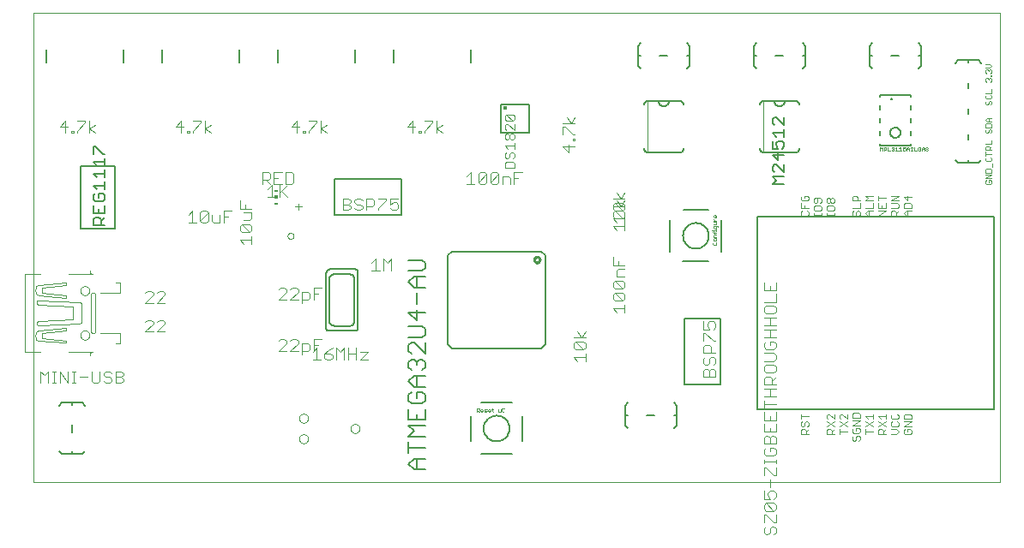
<source format=gto>
G75*
%MOIN*%
%OFA0B0*%
%FSLAX24Y24*%
%IPPOS*%
%LPD*%
%AMOC8*
5,1,8,0,0,1.08239X$1,22.5*
%
%ADD10C,0.0000*%
%ADD11C,0.0020*%
%ADD12C,0.0030*%
%ADD13R,0.0118X0.0059*%
%ADD14R,0.0118X0.0118*%
%ADD15C,0.0040*%
%ADD16C,0.0080*%
%ADD17C,0.0100*%
%ADD18C,0.0060*%
%ADD19C,0.0010*%
%ADD20C,0.0050*%
%ADD21C,0.0157*%
D10*
X003100Y002310D02*
X003100Y020606D01*
X040670Y020606D01*
X040670Y002310D01*
X003100Y002310D01*
X004923Y008044D02*
X004925Y008070D01*
X004931Y008096D01*
X004941Y008121D01*
X004954Y008144D01*
X004970Y008164D01*
X004990Y008182D01*
X005012Y008197D01*
X005035Y008209D01*
X005061Y008217D01*
X005087Y008221D01*
X005113Y008221D01*
X005139Y008217D01*
X005165Y008209D01*
X005189Y008197D01*
X005210Y008182D01*
X005230Y008164D01*
X005246Y008144D01*
X005259Y008121D01*
X005269Y008096D01*
X005275Y008070D01*
X005277Y008044D01*
X005275Y008018D01*
X005269Y007992D01*
X005259Y007967D01*
X005246Y007944D01*
X005230Y007924D01*
X005210Y007906D01*
X005188Y007891D01*
X005165Y007879D01*
X005139Y007871D01*
X005113Y007867D01*
X005087Y007867D01*
X005061Y007871D01*
X005035Y007879D01*
X005011Y007891D01*
X004990Y007906D01*
X004970Y007924D01*
X004954Y007944D01*
X004941Y007967D01*
X004931Y007992D01*
X004925Y008018D01*
X004923Y008044D01*
X004923Y009776D02*
X004925Y009802D01*
X004931Y009828D01*
X004941Y009853D01*
X004954Y009876D01*
X004970Y009896D01*
X004990Y009914D01*
X005012Y009929D01*
X005035Y009941D01*
X005061Y009949D01*
X005087Y009953D01*
X005113Y009953D01*
X005139Y009949D01*
X005165Y009941D01*
X005189Y009929D01*
X005210Y009914D01*
X005230Y009896D01*
X005246Y009876D01*
X005259Y009853D01*
X005269Y009828D01*
X005275Y009802D01*
X005277Y009776D01*
X005275Y009750D01*
X005269Y009724D01*
X005259Y009699D01*
X005246Y009676D01*
X005230Y009656D01*
X005210Y009638D01*
X005188Y009623D01*
X005165Y009611D01*
X005139Y009603D01*
X005113Y009599D01*
X005087Y009599D01*
X005061Y009603D01*
X005035Y009611D01*
X005011Y009623D01*
X004990Y009638D01*
X004970Y009656D01*
X004954Y009676D01*
X004941Y009699D01*
X004931Y009724D01*
X004925Y009750D01*
X004923Y009776D01*
X012982Y011910D02*
X012984Y011931D01*
X012990Y011951D01*
X012999Y011971D01*
X013011Y011988D01*
X013026Y012002D01*
X013044Y012014D01*
X013064Y012022D01*
X013084Y012027D01*
X013105Y012028D01*
X013126Y012025D01*
X013146Y012019D01*
X013165Y012008D01*
X013182Y011995D01*
X013195Y011979D01*
X013206Y011961D01*
X013214Y011941D01*
X013218Y011921D01*
X013218Y011899D01*
X013214Y011879D01*
X013206Y011859D01*
X013195Y011841D01*
X013182Y011825D01*
X013165Y011812D01*
X013146Y011801D01*
X013126Y011795D01*
X013105Y011792D01*
X013084Y011793D01*
X013064Y011798D01*
X013044Y011806D01*
X013026Y011818D01*
X013011Y011832D01*
X012999Y011849D01*
X012990Y011869D01*
X012984Y011889D01*
X012982Y011910D01*
X013425Y004810D02*
X013427Y004836D01*
X013433Y004862D01*
X013442Y004886D01*
X013455Y004909D01*
X013472Y004929D01*
X013491Y004947D01*
X013513Y004962D01*
X013536Y004973D01*
X013561Y004981D01*
X013587Y004985D01*
X013613Y004985D01*
X013639Y004981D01*
X013664Y004973D01*
X013688Y004962D01*
X013709Y004947D01*
X013728Y004929D01*
X013745Y004909D01*
X013758Y004886D01*
X013767Y004862D01*
X013773Y004836D01*
X013775Y004810D01*
X013773Y004784D01*
X013767Y004758D01*
X013758Y004734D01*
X013745Y004711D01*
X013728Y004691D01*
X013709Y004673D01*
X013687Y004658D01*
X013664Y004647D01*
X013639Y004639D01*
X013613Y004635D01*
X013587Y004635D01*
X013561Y004639D01*
X013536Y004647D01*
X013512Y004658D01*
X013491Y004673D01*
X013472Y004691D01*
X013455Y004711D01*
X013442Y004734D01*
X013433Y004758D01*
X013427Y004784D01*
X013425Y004810D01*
X013425Y004010D02*
X013427Y004036D01*
X013433Y004062D01*
X013442Y004086D01*
X013455Y004109D01*
X013472Y004129D01*
X013491Y004147D01*
X013513Y004162D01*
X013536Y004173D01*
X013561Y004181D01*
X013587Y004185D01*
X013613Y004185D01*
X013639Y004181D01*
X013664Y004173D01*
X013688Y004162D01*
X013709Y004147D01*
X013728Y004129D01*
X013745Y004109D01*
X013758Y004086D01*
X013767Y004062D01*
X013773Y004036D01*
X013775Y004010D01*
X013773Y003984D01*
X013767Y003958D01*
X013758Y003934D01*
X013745Y003911D01*
X013728Y003891D01*
X013709Y003873D01*
X013687Y003858D01*
X013664Y003847D01*
X013639Y003839D01*
X013613Y003835D01*
X013587Y003835D01*
X013561Y003839D01*
X013536Y003847D01*
X013512Y003858D01*
X013491Y003873D01*
X013472Y003891D01*
X013455Y003911D01*
X013442Y003934D01*
X013433Y003958D01*
X013427Y003984D01*
X013425Y004010D01*
X015425Y004410D02*
X015427Y004436D01*
X015433Y004462D01*
X015442Y004486D01*
X015455Y004509D01*
X015472Y004529D01*
X015491Y004547D01*
X015513Y004562D01*
X015536Y004573D01*
X015561Y004581D01*
X015587Y004585D01*
X015613Y004585D01*
X015639Y004581D01*
X015664Y004573D01*
X015688Y004562D01*
X015709Y004547D01*
X015728Y004529D01*
X015745Y004509D01*
X015758Y004486D01*
X015767Y004462D01*
X015773Y004436D01*
X015775Y004410D01*
X015773Y004384D01*
X015767Y004358D01*
X015758Y004334D01*
X015745Y004311D01*
X015728Y004291D01*
X015709Y004273D01*
X015687Y004258D01*
X015664Y004247D01*
X015639Y004239D01*
X015613Y004235D01*
X015587Y004235D01*
X015561Y004239D01*
X015536Y004247D01*
X015512Y004258D01*
X015491Y004273D01*
X015472Y004291D01*
X015455Y004311D01*
X015442Y004334D01*
X015433Y004358D01*
X015427Y004384D01*
X015425Y004410D01*
D11*
X026970Y015160D02*
X026970Y017160D01*
X031470Y017160D02*
X031470Y015160D01*
X036010Y015220D02*
X036010Y015360D01*
X036057Y015314D01*
X036103Y015360D01*
X036103Y015220D01*
X036157Y015220D02*
X036157Y015360D01*
X036227Y015360D01*
X036251Y015337D01*
X036251Y015290D01*
X036227Y015267D01*
X036157Y015267D01*
X036305Y015220D02*
X036398Y015220D01*
X036452Y015244D02*
X036475Y015220D01*
X036522Y015220D01*
X036545Y015244D01*
X036545Y015267D01*
X036522Y015290D01*
X036499Y015290D01*
X036522Y015290D02*
X036545Y015314D01*
X036545Y015337D01*
X036522Y015360D01*
X036475Y015360D01*
X036452Y015337D01*
X036599Y015314D02*
X036646Y015360D01*
X036646Y015220D01*
X036599Y015220D02*
X036693Y015220D01*
X036747Y015220D02*
X036840Y015220D01*
X036793Y015220D02*
X036793Y015360D01*
X036747Y015314D01*
X036894Y015290D02*
X036941Y015314D01*
X036964Y015314D01*
X036987Y015290D01*
X036987Y015244D01*
X036964Y015220D01*
X036917Y015220D01*
X036894Y015244D01*
X036894Y015290D02*
X036894Y015360D01*
X036987Y015360D01*
X037041Y015314D02*
X037088Y015360D01*
X037135Y015314D01*
X037135Y015220D01*
X037189Y015220D02*
X037282Y015314D01*
X037282Y015337D01*
X037259Y015360D01*
X037212Y015360D01*
X037189Y015337D01*
X037135Y015290D02*
X037041Y015290D01*
X037041Y015314D02*
X037041Y015220D01*
X037189Y015220D02*
X037282Y015220D01*
X037336Y015220D02*
X037429Y015220D01*
X037483Y015244D02*
X037507Y015220D01*
X037553Y015220D01*
X037577Y015244D01*
X037577Y015290D01*
X037530Y015290D01*
X037483Y015244D02*
X037483Y015337D01*
X037507Y015360D01*
X037553Y015360D01*
X037577Y015337D01*
X037631Y015314D02*
X037677Y015360D01*
X037724Y015314D01*
X037724Y015220D01*
X037778Y015244D02*
X037778Y015267D01*
X037801Y015290D01*
X037848Y015290D01*
X037871Y015267D01*
X037871Y015244D01*
X037848Y015220D01*
X037801Y015220D01*
X037778Y015244D01*
X037801Y015290D02*
X037778Y015314D01*
X037778Y015337D01*
X037801Y015360D01*
X037848Y015360D01*
X037871Y015337D01*
X037871Y015314D01*
X037848Y015290D01*
X037724Y015290D02*
X037631Y015290D01*
X037631Y015314D02*
X037631Y015220D01*
X037336Y015220D02*
X037336Y015360D01*
X036305Y015360D02*
X036305Y015220D01*
X040110Y015255D02*
X040110Y015365D01*
X040147Y015402D01*
X040220Y015402D01*
X040257Y015365D01*
X040257Y015255D01*
X040330Y015255D02*
X040110Y015255D01*
X040110Y015181D02*
X040110Y015034D01*
X040110Y015107D02*
X040330Y015107D01*
X040293Y014960D02*
X040330Y014923D01*
X040330Y014850D01*
X040293Y014813D01*
X040147Y014813D01*
X040110Y014850D01*
X040110Y014923D01*
X040147Y014960D01*
X040367Y014739D02*
X040367Y014592D01*
X040293Y014518D02*
X040147Y014518D01*
X040110Y014481D01*
X040110Y014371D01*
X040330Y014371D01*
X040330Y014481D01*
X040293Y014518D01*
X040330Y014297D02*
X040110Y014297D01*
X040110Y014150D02*
X040330Y014297D01*
X040330Y014150D02*
X040110Y014150D01*
X040147Y014076D02*
X040110Y014039D01*
X040110Y013966D01*
X040147Y013929D01*
X040293Y013929D01*
X040330Y013966D01*
X040330Y014039D01*
X040293Y014076D01*
X040220Y014076D01*
X040220Y014002D01*
X040257Y015328D02*
X040330Y015402D01*
X040330Y015476D02*
X040330Y015623D01*
X040330Y015476D02*
X040110Y015476D01*
X040147Y015918D02*
X040183Y015918D01*
X040220Y015955D01*
X040220Y016028D01*
X040257Y016065D01*
X040293Y016065D01*
X040330Y016028D01*
X040330Y015955D01*
X040293Y015918D01*
X040147Y015918D02*
X040110Y015955D01*
X040110Y016028D01*
X040147Y016065D01*
X040110Y016139D02*
X040110Y016249D01*
X040147Y016286D01*
X040293Y016286D01*
X040330Y016249D01*
X040330Y016139D01*
X040110Y016139D01*
X040183Y016360D02*
X040110Y016433D01*
X040183Y016507D01*
X040330Y016507D01*
X040220Y016507D02*
X040220Y016360D01*
X040183Y016360D02*
X040330Y016360D01*
X040293Y017023D02*
X040330Y017060D01*
X040330Y017133D01*
X040293Y017170D01*
X040257Y017170D01*
X040220Y017133D01*
X040220Y017060D01*
X040183Y017023D01*
X040147Y017023D01*
X040110Y017060D01*
X040110Y017133D01*
X040147Y017170D01*
X040147Y017244D02*
X040293Y017244D01*
X040330Y017281D01*
X040330Y017354D01*
X040293Y017391D01*
X040330Y017465D02*
X040330Y017612D01*
X040330Y017465D02*
X040110Y017465D01*
X040147Y017391D02*
X040110Y017354D01*
X040110Y017281D01*
X040147Y017244D01*
X040147Y017907D02*
X040110Y017943D01*
X040110Y018017D01*
X040147Y018054D01*
X040183Y018054D01*
X040220Y018017D01*
X040257Y018054D01*
X040293Y018054D01*
X040330Y018017D01*
X040330Y017943D01*
X040293Y017907D01*
X040220Y017980D02*
X040220Y018017D01*
X040293Y018128D02*
X040293Y018164D01*
X040330Y018164D01*
X040330Y018128D01*
X040293Y018128D01*
X040293Y018238D02*
X040330Y018275D01*
X040330Y018348D01*
X040293Y018385D01*
X040257Y018385D01*
X040220Y018348D01*
X040220Y018312D01*
X040220Y018348D02*
X040183Y018385D01*
X040147Y018385D01*
X040110Y018348D01*
X040110Y018275D01*
X040147Y018238D01*
X040110Y018459D02*
X040257Y018459D01*
X040330Y018533D01*
X040257Y018606D01*
X040110Y018606D01*
D12*
X037225Y013425D02*
X036935Y013425D01*
X037080Y013280D01*
X037080Y013473D01*
X037177Y013178D02*
X036983Y013178D01*
X036935Y013130D01*
X036935Y012985D01*
X037225Y012985D01*
X037225Y013130D01*
X037177Y013178D01*
X037225Y012884D02*
X037032Y012884D01*
X036935Y012787D01*
X037032Y012690D01*
X037225Y012690D01*
X037080Y012690D02*
X037080Y012884D01*
X036725Y012884D02*
X036628Y012787D01*
X036628Y012835D02*
X036628Y012690D01*
X036725Y012690D02*
X036435Y012690D01*
X036435Y012835D01*
X036483Y012884D01*
X036580Y012884D01*
X036628Y012835D01*
X036677Y012985D02*
X036435Y012985D01*
X036435Y013178D02*
X036677Y013178D01*
X036725Y013130D01*
X036725Y013033D01*
X036677Y012985D01*
X036725Y013280D02*
X036435Y013280D01*
X036725Y013473D01*
X036435Y013473D01*
X036225Y013376D02*
X035935Y013376D01*
X035935Y013280D02*
X035935Y013473D01*
X035725Y013473D02*
X035435Y013473D01*
X035532Y013376D01*
X035435Y013280D01*
X035725Y013280D01*
X035725Y013178D02*
X035725Y012985D01*
X035435Y012985D01*
X035532Y012884D02*
X035725Y012884D01*
X035580Y012884D02*
X035580Y012690D01*
X035532Y012690D02*
X035435Y012787D01*
X035532Y012884D01*
X035532Y012690D02*
X035725Y012690D01*
X035935Y012690D02*
X036225Y012884D01*
X035935Y012884D01*
X035935Y012985D02*
X036225Y012985D01*
X036225Y013178D01*
X036080Y013082D02*
X036080Y012985D01*
X035935Y012985D02*
X035935Y013178D01*
X035935Y012690D02*
X036225Y012690D01*
X035225Y012739D02*
X035177Y012690D01*
X035225Y012739D02*
X035225Y012835D01*
X035177Y012884D01*
X035128Y012884D01*
X035080Y012835D01*
X035080Y012739D01*
X035032Y012690D01*
X034983Y012690D01*
X034935Y012739D01*
X034935Y012835D01*
X034983Y012884D01*
X034935Y012985D02*
X035225Y012985D01*
X035225Y013178D01*
X035225Y013280D02*
X034935Y013280D01*
X034935Y013425D01*
X034983Y013473D01*
X035080Y013473D01*
X035128Y013425D01*
X035128Y013280D01*
X034225Y013326D02*
X034225Y013230D01*
X034177Y013181D01*
X034128Y013181D01*
X034080Y013230D01*
X034080Y013326D01*
X034128Y013375D01*
X034177Y013375D01*
X034225Y013326D01*
X034080Y013326D02*
X034032Y013375D01*
X033983Y013375D01*
X033935Y013326D01*
X033935Y013230D01*
X033983Y013181D01*
X034032Y013181D01*
X034080Y013230D01*
X034177Y013080D02*
X033983Y013080D01*
X033935Y013032D01*
X033935Y012935D01*
X033983Y012887D01*
X034177Y012887D01*
X034225Y012935D01*
X034225Y013032D01*
X034177Y013080D01*
X034225Y012787D02*
X034225Y012690D01*
X034225Y012739D02*
X033935Y012739D01*
X033935Y012787D02*
X033935Y012690D01*
X033725Y012690D02*
X033725Y012787D01*
X033725Y012739D02*
X033435Y012739D01*
X033435Y012787D02*
X033435Y012690D01*
X033483Y012887D02*
X033677Y012887D01*
X033725Y012935D01*
X033725Y013032D01*
X033677Y013080D01*
X033483Y013080D01*
X033435Y013032D01*
X033435Y012935D01*
X033483Y012887D01*
X033225Y012835D02*
X033177Y012884D01*
X033225Y012835D02*
X033225Y012739D01*
X033177Y012690D01*
X032983Y012690D01*
X032935Y012739D01*
X032935Y012835D01*
X032983Y012884D01*
X032935Y012985D02*
X032935Y013178D01*
X032983Y013280D02*
X033177Y013280D01*
X033225Y013328D01*
X033225Y013425D01*
X033177Y013473D01*
X033080Y013473D01*
X033080Y013376D01*
X032983Y013280D02*
X032935Y013328D01*
X032935Y013425D01*
X032983Y013473D01*
X033080Y013082D02*
X033080Y012985D01*
X033225Y012985D02*
X032935Y012985D01*
X033435Y013230D02*
X033435Y013326D01*
X033483Y013375D01*
X033677Y013375D01*
X033725Y013326D01*
X033725Y013230D01*
X033677Y013181D01*
X033580Y013230D02*
X033580Y013375D01*
X033580Y013230D02*
X033532Y013181D01*
X033483Y013181D01*
X033435Y013230D01*
X032935Y004973D02*
X032935Y004780D01*
X032935Y004876D02*
X033225Y004876D01*
X033177Y004678D02*
X033225Y004630D01*
X033225Y004533D01*
X033177Y004485D01*
X033080Y004533D02*
X033080Y004630D01*
X033128Y004678D01*
X033177Y004678D01*
X033080Y004533D02*
X033032Y004485D01*
X032983Y004485D01*
X032935Y004533D01*
X032935Y004630D01*
X032983Y004678D01*
X032983Y004384D02*
X033080Y004384D01*
X033128Y004335D01*
X033128Y004190D01*
X033128Y004287D02*
X033225Y004384D01*
X033225Y004190D02*
X032935Y004190D01*
X032935Y004335D01*
X032983Y004384D01*
X033935Y004335D02*
X033935Y004190D01*
X034225Y004190D01*
X034128Y004190D02*
X034128Y004335D01*
X034080Y004384D01*
X033983Y004384D01*
X033935Y004335D01*
X033935Y004485D02*
X034225Y004678D01*
X034225Y004780D02*
X034032Y004973D01*
X033983Y004973D01*
X033935Y004925D01*
X033935Y004828D01*
X033983Y004780D01*
X033935Y004678D02*
X034225Y004485D01*
X034225Y004384D02*
X034128Y004287D01*
X034435Y004287D02*
X034725Y004287D01*
X034725Y004485D02*
X034435Y004678D01*
X034483Y004780D02*
X034435Y004828D01*
X034435Y004925D01*
X034483Y004973D01*
X034532Y004973D01*
X034725Y004780D01*
X034725Y004973D01*
X034935Y004969D02*
X034935Y004824D01*
X035225Y004824D01*
X035225Y004969D01*
X035177Y005018D01*
X034983Y005018D01*
X034935Y004969D01*
X034935Y004723D02*
X035225Y004723D01*
X034935Y004530D01*
X035225Y004530D01*
X035177Y004428D02*
X035225Y004380D01*
X035225Y004283D01*
X035177Y004235D01*
X034983Y004235D01*
X034935Y004283D01*
X034935Y004380D01*
X034983Y004428D01*
X035080Y004428D02*
X035080Y004332D01*
X035080Y004428D02*
X035177Y004428D01*
X035435Y004384D02*
X035435Y004190D01*
X035435Y004287D02*
X035725Y004287D01*
X035725Y004485D02*
X035435Y004678D01*
X035532Y004780D02*
X035435Y004876D01*
X035725Y004876D01*
X035725Y004780D02*
X035725Y004973D01*
X035935Y004876D02*
X036225Y004876D01*
X036225Y004780D02*
X036225Y004973D01*
X036435Y004925D02*
X036435Y004828D01*
X036483Y004780D01*
X036677Y004780D01*
X036725Y004828D01*
X036725Y004925D01*
X036677Y004973D01*
X036483Y004973D02*
X036435Y004925D01*
X036483Y004678D02*
X036435Y004630D01*
X036435Y004533D01*
X036483Y004485D01*
X036677Y004485D01*
X036725Y004533D01*
X036725Y004630D01*
X036677Y004678D01*
X036935Y004678D02*
X037225Y004678D01*
X036935Y004485D01*
X037225Y004485D01*
X037177Y004384D02*
X037080Y004384D01*
X037080Y004287D01*
X037177Y004384D02*
X037225Y004335D01*
X037225Y004239D01*
X037177Y004190D01*
X036983Y004190D01*
X036935Y004239D01*
X036935Y004335D01*
X036983Y004384D01*
X036725Y004287D02*
X036628Y004190D01*
X036435Y004190D01*
X036435Y004384D02*
X036628Y004384D01*
X036725Y004287D01*
X036225Y004384D02*
X036128Y004287D01*
X036128Y004335D02*
X036128Y004190D01*
X036225Y004190D02*
X035935Y004190D01*
X035935Y004335D01*
X035983Y004384D01*
X036080Y004384D01*
X036128Y004335D01*
X036225Y004485D02*
X035935Y004678D01*
X036032Y004780D02*
X035935Y004876D01*
X035725Y004678D02*
X035435Y004485D01*
X035177Y004134D02*
X035225Y004085D01*
X035225Y003989D01*
X035177Y003940D01*
X035080Y003989D02*
X035032Y003940D01*
X034983Y003940D01*
X034935Y003989D01*
X034935Y004085D01*
X034983Y004134D01*
X035080Y004085D02*
X035128Y004134D01*
X035177Y004134D01*
X035080Y004085D02*
X035080Y003989D01*
X034435Y004190D02*
X034435Y004384D01*
X034435Y004485D02*
X034725Y004678D01*
X034225Y004780D02*
X034225Y004973D01*
X035935Y004485D02*
X036225Y004678D01*
X036935Y004780D02*
X036935Y004925D01*
X036983Y004973D01*
X037177Y004973D01*
X037225Y004925D01*
X037225Y004780D01*
X036935Y004780D01*
X021792Y014551D02*
X021792Y014736D01*
X021730Y014798D01*
X021483Y014798D01*
X021421Y014736D01*
X021421Y014551D01*
X021792Y014551D01*
X021730Y014920D02*
X021792Y014981D01*
X021792Y015105D01*
X021730Y015166D01*
X021668Y015166D01*
X021606Y015105D01*
X021606Y014981D01*
X021545Y014920D01*
X021483Y014920D01*
X021421Y014981D01*
X021421Y015105D01*
X021483Y015166D01*
X021545Y015288D02*
X021421Y015411D01*
X021792Y015411D01*
X021792Y015288D02*
X021792Y015535D01*
X021730Y015656D02*
X021668Y015656D01*
X021606Y015718D01*
X021606Y015841D01*
X021668Y015903D01*
X021730Y015903D01*
X021792Y015841D01*
X021792Y015718D01*
X021730Y015656D01*
X021606Y015718D02*
X021545Y015656D01*
X021483Y015656D01*
X021421Y015718D01*
X021421Y015841D01*
X021483Y015903D01*
X021545Y015903D01*
X021606Y015841D01*
X021483Y016025D02*
X021421Y016086D01*
X021421Y016210D01*
X021483Y016271D01*
X021545Y016271D01*
X021792Y016025D01*
X021792Y016271D01*
X021730Y016393D02*
X021483Y016640D01*
X021730Y016640D01*
X021792Y016578D01*
X021792Y016455D01*
X021730Y016393D01*
X021483Y016393D01*
X021421Y016455D01*
X021421Y016578D01*
X021483Y016640D01*
X013523Y013049D02*
X013276Y013049D01*
X013400Y013172D02*
X013400Y012925D01*
D13*
X012541Y013174D03*
X012541Y013646D03*
D14*
X012541Y013410D03*
D15*
X012506Y013430D02*
X012199Y013430D01*
X012353Y013430D02*
X012353Y013891D01*
X012199Y013737D01*
X012296Y013930D02*
X012142Y014084D01*
X012219Y014084D02*
X011989Y014084D01*
X011989Y013930D02*
X011989Y014391D01*
X012219Y014391D01*
X012296Y014314D01*
X012296Y014160D01*
X012219Y014084D01*
X012449Y014160D02*
X012603Y014160D01*
X012660Y013891D02*
X012660Y013430D01*
X012660Y013584D02*
X012967Y013891D01*
X012910Y013930D02*
X013140Y013930D01*
X013217Y014007D01*
X013217Y014314D01*
X013140Y014391D01*
X012910Y014391D01*
X012910Y013930D01*
X012756Y013930D02*
X012449Y013930D01*
X012449Y014391D01*
X012756Y014391D01*
X012736Y013660D02*
X012967Y013430D01*
X011580Y012970D02*
X011120Y012970D01*
X011120Y013277D01*
X011350Y013123D02*
X011350Y012970D01*
X011273Y012816D02*
X011580Y012816D01*
X011580Y012586D01*
X011503Y012509D01*
X011273Y012509D01*
X011196Y012356D02*
X011503Y012049D01*
X011580Y012126D01*
X011580Y012279D01*
X011503Y012356D01*
X011196Y012356D01*
X011120Y012279D01*
X011120Y012126D01*
X011196Y012049D01*
X011503Y012049D01*
X011580Y011896D02*
X011580Y011589D01*
X011580Y011742D02*
X011120Y011742D01*
X011273Y011589D01*
X010501Y012430D02*
X010501Y012891D01*
X010808Y012891D01*
X010655Y012660D02*
X010501Y012660D01*
X010348Y012737D02*
X010348Y012430D01*
X010118Y012430D01*
X010041Y012507D01*
X010041Y012737D01*
X009887Y012814D02*
X009580Y012507D01*
X009657Y012430D01*
X009811Y012430D01*
X009887Y012507D01*
X009887Y012814D01*
X009811Y012891D01*
X009657Y012891D01*
X009580Y012814D01*
X009580Y012507D01*
X009427Y012430D02*
X009120Y012430D01*
X009273Y012430D02*
X009273Y012891D01*
X009120Y012737D01*
X006469Y010096D02*
X006469Y009707D01*
X006449Y009707D02*
X005713Y009707D01*
X005509Y009626D02*
X005509Y008195D01*
X005507Y008179D01*
X005503Y008164D01*
X005495Y008149D01*
X005485Y008137D01*
X005473Y008127D01*
X005458Y008119D01*
X005443Y008115D01*
X005427Y008113D01*
X005427Y008114D02*
X005407Y008116D01*
X005388Y008122D01*
X005370Y008131D01*
X005355Y008144D01*
X005342Y008159D01*
X005333Y008177D01*
X005327Y008196D01*
X005325Y008216D01*
X005325Y008215D02*
X005325Y009605D01*
X005327Y009625D01*
X005333Y009644D01*
X005342Y009662D01*
X005355Y009677D01*
X005370Y009690D01*
X005388Y009699D01*
X005407Y009705D01*
X005427Y009707D01*
X005427Y009707D01*
X005427Y009708D02*
X005443Y009706D01*
X005458Y009702D01*
X005473Y009694D01*
X005485Y009684D01*
X005495Y009672D01*
X005503Y009657D01*
X005507Y009642D01*
X005509Y009626D01*
X004977Y009237D02*
X004977Y008583D01*
X004978Y008583D02*
X004975Y008565D01*
X004968Y008548D01*
X004959Y008533D01*
X004946Y008520D01*
X004931Y008511D01*
X004914Y008504D01*
X004896Y008501D01*
X004896Y008502D02*
X003301Y008420D01*
X003285Y008422D01*
X003270Y008426D01*
X003255Y008434D01*
X003243Y008444D01*
X003233Y008456D01*
X003225Y008471D01*
X003221Y008486D01*
X003219Y008502D01*
X003221Y008518D01*
X003225Y008533D01*
X003233Y008548D01*
X003243Y008560D01*
X003255Y008570D01*
X003270Y008578D01*
X003285Y008582D01*
X003301Y008584D01*
X003301Y008583D02*
X004650Y008665D01*
X004650Y009156D01*
X003301Y009237D01*
X003285Y009239D01*
X003270Y009243D01*
X003255Y009251D01*
X003243Y009261D01*
X003233Y009273D01*
X003225Y009288D01*
X003221Y009303D01*
X003219Y009319D01*
X003220Y009319D02*
X003220Y009319D01*
X003219Y009319D02*
X003221Y009335D01*
X003225Y009350D01*
X003233Y009365D01*
X003243Y009377D01*
X003255Y009387D01*
X003270Y009395D01*
X003285Y009399D01*
X003301Y009401D01*
X004896Y009319D01*
X004896Y009320D02*
X004914Y009317D01*
X004931Y009310D01*
X004946Y009301D01*
X004959Y009288D01*
X004968Y009273D01*
X004975Y009256D01*
X004978Y009238D01*
X004385Y009503D02*
X004385Y009585D01*
X003444Y009687D01*
X003444Y009891D01*
X004385Y009993D01*
X004385Y010075D01*
X003301Y009993D01*
X003301Y009994D02*
X003282Y009990D01*
X003263Y009984D01*
X003246Y009974D01*
X003230Y009962D01*
X003217Y009947D01*
X003206Y009930D01*
X003199Y009912D01*
X003199Y009687D02*
X003206Y009669D01*
X003217Y009652D01*
X003230Y009637D01*
X003246Y009625D01*
X003263Y009615D01*
X003282Y009609D01*
X003301Y009605D01*
X004385Y009503D01*
X003200Y009687D02*
X003191Y009724D01*
X003185Y009761D01*
X003183Y009799D01*
X003185Y009837D01*
X003191Y009874D01*
X003200Y009911D01*
X003362Y010423D02*
X002770Y010423D01*
X002770Y007398D01*
X003362Y007398D01*
X003301Y007827D02*
X004385Y007745D01*
X004385Y007827D01*
X003444Y007929D01*
X003444Y008134D01*
X004385Y008236D01*
X004385Y008318D01*
X003301Y008215D01*
X003301Y008216D02*
X003282Y008212D01*
X003263Y008206D01*
X003246Y008196D01*
X003230Y008184D01*
X003217Y008169D01*
X003206Y008152D01*
X003199Y008134D01*
X003199Y007909D02*
X003206Y007891D01*
X003217Y007874D01*
X003230Y007859D01*
X003246Y007847D01*
X003263Y007837D01*
X003282Y007831D01*
X003301Y007827D01*
X003200Y007909D02*
X003191Y007946D01*
X003185Y007983D01*
X003183Y008021D01*
X003185Y008059D01*
X003191Y008096D01*
X003200Y008133D01*
X002770Y007398D02*
X002770Y007398D01*
X003370Y006641D02*
X003523Y006487D01*
X003677Y006641D01*
X003677Y006180D01*
X003830Y006180D02*
X003984Y006180D01*
X003907Y006180D02*
X003907Y006641D01*
X003830Y006641D02*
X003984Y006641D01*
X004137Y006641D02*
X004444Y006180D01*
X004444Y006641D01*
X004598Y006641D02*
X004751Y006641D01*
X004674Y006641D02*
X004674Y006180D01*
X004598Y006180D02*
X004751Y006180D01*
X004905Y006410D02*
X005212Y006410D01*
X005365Y006257D02*
X005365Y006641D01*
X005672Y006641D02*
X005672Y006257D01*
X005595Y006180D01*
X005442Y006180D01*
X005365Y006257D01*
X005825Y006257D02*
X005902Y006180D01*
X006056Y006180D01*
X006132Y006257D01*
X006132Y006334D01*
X006056Y006410D01*
X005902Y006410D01*
X005825Y006487D01*
X005825Y006564D01*
X005902Y006641D01*
X006056Y006641D01*
X006132Y006564D01*
X006286Y006641D02*
X006286Y006180D01*
X006516Y006180D01*
X006593Y006257D01*
X006593Y006334D01*
X006516Y006410D01*
X006286Y006410D01*
X006516Y006410D02*
X006593Y006487D01*
X006593Y006564D01*
X006516Y006641D01*
X006286Y006641D01*
X005386Y007398D02*
X005370Y007396D01*
X005355Y007392D01*
X005340Y007384D01*
X005328Y007374D01*
X005318Y007362D01*
X005310Y007347D01*
X005306Y007332D01*
X005304Y007316D01*
X005304Y007255D01*
X005386Y007398D02*
X004477Y007398D01*
X004137Y006641D02*
X004137Y006180D01*
X003370Y006180D02*
X003370Y006641D01*
X005713Y008113D02*
X006449Y008113D01*
X006469Y008113D02*
X006469Y007725D01*
X006449Y007725D02*
X006306Y007725D01*
X007449Y008180D02*
X007756Y008487D01*
X007756Y008564D01*
X007679Y008641D01*
X007526Y008641D01*
X007449Y008564D01*
X007449Y008180D02*
X007756Y008180D01*
X007910Y008180D02*
X008217Y008487D01*
X008217Y008564D01*
X008140Y008641D01*
X007986Y008641D01*
X007910Y008564D01*
X007910Y008180D02*
X008217Y008180D01*
X008217Y009305D02*
X007910Y009305D01*
X008217Y009612D01*
X008217Y009689D01*
X008140Y009766D01*
X007986Y009766D01*
X007910Y009689D01*
X007756Y009689D02*
X007679Y009766D01*
X007526Y009766D01*
X007449Y009689D01*
X007756Y009689D02*
X007756Y009612D01*
X007449Y009305D01*
X007756Y009305D01*
X006449Y010096D02*
X006306Y010096D01*
X005386Y010423D02*
X004477Y010423D01*
X005304Y010504D02*
X005304Y010566D01*
X005304Y010504D02*
X005306Y010488D01*
X005310Y010473D01*
X005318Y010458D01*
X005328Y010446D01*
X005340Y010436D01*
X005355Y010428D01*
X005370Y010424D01*
X005386Y010422D01*
X012620Y009814D02*
X012697Y009891D01*
X012850Y009891D01*
X012927Y009814D01*
X012927Y009737D01*
X012620Y009430D01*
X012927Y009430D01*
X013080Y009430D02*
X013387Y009737D01*
X013387Y009814D01*
X013311Y009891D01*
X013157Y009891D01*
X013080Y009814D01*
X013080Y009430D02*
X013387Y009430D01*
X013541Y009430D02*
X013771Y009430D01*
X013848Y009507D01*
X013848Y009660D01*
X013771Y009737D01*
X013541Y009737D01*
X013541Y009277D01*
X014001Y009430D02*
X014001Y009891D01*
X014308Y009891D01*
X014155Y009660D02*
X014001Y009660D01*
X016245Y010555D02*
X016552Y010555D01*
X016705Y010555D02*
X016705Y011016D01*
X016859Y010862D01*
X017012Y011016D01*
X017012Y010555D01*
X016398Y010555D02*
X016398Y011016D01*
X016245Y010862D01*
X016041Y012910D02*
X016041Y013371D01*
X016271Y013371D01*
X016348Y013294D01*
X016348Y013140D01*
X016271Y013064D01*
X016041Y013064D01*
X015887Y013064D02*
X015887Y012987D01*
X015811Y012910D01*
X015657Y012910D01*
X015580Y012987D01*
X015427Y012987D02*
X015350Y012910D01*
X015120Y012910D01*
X015120Y013371D01*
X015350Y013371D01*
X015427Y013294D01*
X015427Y013217D01*
X015350Y013140D01*
X015120Y013140D01*
X015350Y013140D02*
X015427Y013064D01*
X015427Y012987D01*
X015657Y013140D02*
X015811Y013140D01*
X015887Y013064D01*
X015887Y013294D02*
X015811Y013371D01*
X015657Y013371D01*
X015580Y013294D01*
X015580Y013217D01*
X015657Y013140D01*
X016501Y012987D02*
X016501Y012910D01*
X016501Y012987D02*
X016808Y013294D01*
X016808Y013371D01*
X016501Y013371D01*
X016962Y013371D02*
X016962Y013140D01*
X017115Y013217D01*
X017192Y013217D01*
X017268Y013140D01*
X017268Y012987D01*
X017192Y012910D01*
X017038Y012910D01*
X016962Y012987D01*
X016962Y013371D02*
X017268Y013371D01*
X019943Y013930D02*
X020250Y013930D01*
X020096Y013930D02*
X020096Y014391D01*
X019943Y014237D01*
X020403Y014314D02*
X020403Y014007D01*
X020710Y014314D01*
X020710Y014007D01*
X020634Y013930D01*
X020480Y013930D01*
X020403Y014007D01*
X020403Y014314D02*
X020480Y014391D01*
X020634Y014391D01*
X020710Y014314D01*
X020864Y014314D02*
X020864Y014007D01*
X021171Y014314D01*
X021171Y014007D01*
X021094Y013930D01*
X020941Y013930D01*
X020864Y014007D01*
X020864Y014314D02*
X020941Y014391D01*
X021094Y014391D01*
X021171Y014314D01*
X021324Y014237D02*
X021324Y013930D01*
X021631Y013930D02*
X021631Y014160D01*
X021554Y014237D01*
X021324Y014237D01*
X021785Y014160D02*
X021938Y014160D01*
X021785Y013930D02*
X021785Y014391D01*
X022092Y014391D01*
X023680Y015386D02*
X023910Y015156D01*
X023910Y015463D01*
X024063Y015616D02*
X024063Y015693D01*
X024140Y015693D01*
X024140Y015616D01*
X024063Y015616D01*
X024063Y015846D02*
X024140Y015846D01*
X024063Y015846D02*
X023756Y016153D01*
X023680Y016153D01*
X023680Y015846D01*
X023680Y016307D02*
X024140Y016307D01*
X023987Y016307D02*
X024140Y016537D01*
X023987Y016307D02*
X023833Y016537D01*
X023680Y015386D02*
X024140Y015386D01*
X025773Y013581D02*
X025927Y013351D01*
X026080Y013581D01*
X026080Y013351D02*
X025620Y013351D01*
X025773Y013277D02*
X025927Y013047D01*
X026080Y013277D01*
X026003Y013198D02*
X026080Y013121D01*
X026080Y012967D01*
X026003Y012891D01*
X025696Y013198D01*
X026003Y013198D01*
X026080Y013047D02*
X025620Y013047D01*
X025620Y013121D02*
X025696Y013198D01*
X025620Y013121D02*
X025620Y012967D01*
X025696Y012891D01*
X026003Y012891D01*
X026003Y012893D02*
X026080Y012816D01*
X026080Y012663D01*
X026003Y012586D01*
X025696Y012893D01*
X026003Y012893D01*
X026080Y012737D02*
X026080Y012430D01*
X026080Y012433D02*
X026080Y012126D01*
X026080Y012279D02*
X025620Y012279D01*
X025773Y012126D01*
X025773Y012430D02*
X025620Y012584D01*
X026080Y012584D01*
X026003Y012586D02*
X025696Y012586D01*
X025620Y012663D01*
X025620Y012816D01*
X025696Y012893D01*
X025620Y011079D02*
X025620Y010772D01*
X026080Y010772D01*
X026080Y010618D02*
X025850Y010618D01*
X025773Y010542D01*
X025773Y010311D01*
X026080Y010311D01*
X026003Y010158D02*
X026080Y010081D01*
X026080Y009928D01*
X026003Y009851D01*
X025696Y010158D01*
X026003Y010158D01*
X025696Y010158D02*
X025620Y010081D01*
X025620Y009928D01*
X025696Y009851D01*
X026003Y009851D01*
X026003Y009698D02*
X026080Y009621D01*
X026080Y009467D01*
X026003Y009391D01*
X025696Y009698D01*
X026003Y009698D01*
X025696Y009698D02*
X025620Y009621D01*
X025620Y009467D01*
X025696Y009391D01*
X026003Y009391D01*
X026080Y009237D02*
X026080Y008930D01*
X026080Y009084D02*
X025620Y009084D01*
X025773Y008930D01*
X024555Y008177D02*
X024402Y007947D01*
X024248Y008177D01*
X024095Y007947D02*
X024555Y007947D01*
X024478Y007793D02*
X024555Y007716D01*
X024555Y007563D01*
X024478Y007486D01*
X024171Y007793D01*
X024478Y007793D01*
X024171Y007793D02*
X024095Y007716D01*
X024095Y007563D01*
X024171Y007486D01*
X024478Y007486D01*
X024555Y007333D02*
X024555Y007026D01*
X024555Y007179D02*
X024095Y007179D01*
X024248Y007026D01*
X025850Y010772D02*
X025850Y010925D01*
X029140Y008579D02*
X029140Y008272D01*
X029370Y008272D01*
X029293Y008425D01*
X029293Y008502D01*
X029370Y008579D01*
X029523Y008579D01*
X029600Y008502D01*
X029600Y008349D01*
X029523Y008272D01*
X029216Y008118D02*
X029523Y007811D01*
X029600Y007811D01*
X029447Y007581D02*
X029447Y007351D01*
X029600Y007351D02*
X029140Y007351D01*
X029140Y007581D01*
X029216Y007658D01*
X029370Y007658D01*
X029447Y007581D01*
X029140Y007811D02*
X029140Y008118D01*
X029216Y008118D01*
X029216Y007198D02*
X029140Y007121D01*
X029140Y006967D01*
X029216Y006891D01*
X029293Y006891D01*
X029370Y006967D01*
X029370Y007121D01*
X029447Y007198D01*
X029523Y007198D01*
X029600Y007121D01*
X029600Y006967D01*
X029523Y006891D01*
X029523Y006737D02*
X029600Y006660D01*
X029600Y006430D01*
X029140Y006430D01*
X029140Y006660D01*
X029216Y006737D01*
X029293Y006737D01*
X029370Y006660D01*
X029370Y006430D01*
X029370Y006660D02*
X029447Y006737D01*
X029523Y006737D01*
X031495Y006809D02*
X031572Y006886D01*
X031879Y006886D01*
X031956Y006809D01*
X031956Y006655D01*
X031879Y006579D01*
X031572Y006579D01*
X031495Y006655D01*
X031495Y006809D01*
X031495Y007039D02*
X031879Y007039D01*
X031956Y007116D01*
X031956Y007269D01*
X031879Y007346D01*
X031495Y007346D01*
X031572Y007499D02*
X031879Y007499D01*
X031956Y007576D01*
X031956Y007730D01*
X031879Y007806D01*
X031725Y007806D01*
X031725Y007653D01*
X031572Y007806D02*
X031495Y007730D01*
X031495Y007576D01*
X031572Y007499D01*
X031495Y007960D02*
X031956Y007960D01*
X031725Y007960D02*
X031725Y008267D01*
X031725Y008420D02*
X031725Y008727D01*
X031572Y008881D02*
X031879Y008881D01*
X031956Y008957D01*
X031956Y009111D01*
X031879Y009188D01*
X031572Y009188D01*
X031495Y009111D01*
X031495Y008957D01*
X031572Y008881D01*
X031495Y008727D02*
X031956Y008727D01*
X031956Y008420D02*
X031495Y008420D01*
X031495Y008267D02*
X031956Y008267D01*
X031956Y009341D02*
X031495Y009341D01*
X031956Y009341D02*
X031956Y009648D01*
X031956Y009801D02*
X031495Y009801D01*
X031495Y010108D01*
X031725Y009955D02*
X031725Y009801D01*
X031956Y009801D02*
X031956Y010108D01*
X031956Y006425D02*
X031802Y006272D01*
X031802Y006348D02*
X031802Y006118D01*
X031956Y006118D02*
X031495Y006118D01*
X031495Y006348D01*
X031572Y006425D01*
X031725Y006425D01*
X031802Y006348D01*
X031725Y005965D02*
X031725Y005658D01*
X031495Y005658D02*
X031956Y005658D01*
X031956Y005965D02*
X031495Y005965D01*
X031495Y005504D02*
X031495Y005198D01*
X031495Y005351D02*
X031956Y005351D01*
X031956Y005044D02*
X031956Y004737D01*
X031495Y004737D01*
X031495Y005044D01*
X031725Y004891D02*
X031725Y004737D01*
X031495Y004584D02*
X031495Y004277D01*
X031956Y004277D01*
X031956Y004584D01*
X031725Y004430D02*
X031725Y004277D01*
X031649Y004123D02*
X031725Y004047D01*
X031725Y003816D01*
X031725Y003663D02*
X031725Y003509D01*
X031725Y003663D02*
X031879Y003663D01*
X031956Y003586D01*
X031956Y003433D01*
X031879Y003356D01*
X031572Y003356D01*
X031495Y003433D01*
X031495Y003586D01*
X031572Y003663D01*
X031495Y003816D02*
X031495Y004047D01*
X031572Y004123D01*
X031649Y004123D01*
X031725Y004047D02*
X031802Y004123D01*
X031879Y004123D01*
X031956Y004047D01*
X031956Y003816D01*
X031495Y003816D01*
X031495Y003202D02*
X031495Y003049D01*
X031495Y003126D02*
X031956Y003126D01*
X031956Y003202D02*
X031956Y003049D01*
X031956Y002896D02*
X031956Y002589D01*
X031879Y002589D01*
X031572Y002896D01*
X031495Y002896D01*
X031495Y002589D01*
X031725Y002435D02*
X031725Y002128D01*
X031725Y001975D02*
X031879Y001975D01*
X031956Y001898D01*
X031956Y001745D01*
X031879Y001668D01*
X031725Y001668D02*
X031649Y001821D01*
X031649Y001898D01*
X031725Y001975D01*
X031495Y001975D02*
X031495Y001668D01*
X031725Y001668D01*
X031572Y001514D02*
X031879Y001207D01*
X031956Y001284D01*
X031956Y001438D01*
X031879Y001514D01*
X031572Y001514D01*
X031495Y001438D01*
X031495Y001284D01*
X031572Y001207D01*
X031879Y001207D01*
X031956Y001054D02*
X031956Y000747D01*
X031879Y000747D01*
X031572Y001054D01*
X031495Y001054D01*
X031495Y000747D01*
X031572Y000594D02*
X031495Y000517D01*
X031495Y000363D01*
X031572Y000287D01*
X031649Y000287D01*
X031725Y000363D01*
X031725Y000517D01*
X031802Y000594D01*
X031879Y000594D01*
X031956Y000517D01*
X031956Y000363D01*
X031879Y000287D01*
X016101Y007091D02*
X015794Y007091D01*
X016101Y007398D01*
X015794Y007398D01*
X015641Y007321D02*
X015334Y007321D01*
X015334Y007091D02*
X015334Y007551D01*
X015181Y007551D02*
X015181Y007091D01*
X014874Y007091D02*
X014874Y007551D01*
X015027Y007398D01*
X015181Y007551D01*
X015641Y007551D02*
X015641Y007091D01*
X014720Y007167D02*
X014720Y007244D01*
X014643Y007321D01*
X014413Y007321D01*
X014413Y007167D01*
X014490Y007091D01*
X014643Y007091D01*
X014720Y007167D01*
X014567Y007474D02*
X014413Y007321D01*
X014567Y007474D02*
X014720Y007551D01*
X014308Y007891D02*
X014001Y007891D01*
X014001Y007430D01*
X013953Y007398D02*
X014106Y007551D01*
X014106Y007091D01*
X013953Y007091D02*
X014260Y007091D01*
X013848Y007507D02*
X013771Y007430D01*
X013541Y007430D01*
X013541Y007277D02*
X013541Y007737D01*
X013771Y007737D01*
X013848Y007660D01*
X013848Y007507D01*
X014001Y007660D02*
X014155Y007660D01*
X013387Y007737D02*
X013080Y007430D01*
X013387Y007430D01*
X013387Y007737D02*
X013387Y007814D01*
X013311Y007891D01*
X013157Y007891D01*
X013080Y007814D01*
X012927Y007814D02*
X012850Y007891D01*
X012697Y007891D01*
X012620Y007814D01*
X012927Y007814D02*
X012927Y007737D01*
X012620Y007430D01*
X012927Y007430D01*
X013350Y015930D02*
X013350Y016391D01*
X013120Y016160D01*
X013427Y016160D01*
X013580Y016007D02*
X013657Y016007D01*
X013657Y015930D01*
X013580Y015930D01*
X013580Y016007D01*
X013811Y016007D02*
X013811Y015930D01*
X013811Y016007D02*
X014118Y016314D01*
X014118Y016391D01*
X013811Y016391D01*
X014271Y016391D02*
X014271Y015930D01*
X014271Y016084D02*
X014501Y016237D01*
X014271Y016084D02*
X014501Y015930D01*
X017620Y016160D02*
X017927Y016160D01*
X018080Y016007D02*
X018157Y016007D01*
X018157Y015930D01*
X018080Y015930D01*
X018080Y016007D01*
X018311Y016007D02*
X018311Y015930D01*
X018311Y016007D02*
X018618Y016314D01*
X018618Y016391D01*
X018311Y016391D01*
X018771Y016391D02*
X018771Y015930D01*
X018771Y016084D02*
X019001Y016237D01*
X018771Y016084D02*
X019001Y015930D01*
X017850Y015930D02*
X017850Y016391D01*
X017620Y016160D01*
X010001Y016237D02*
X009771Y016084D01*
X010001Y015930D01*
X009771Y015930D02*
X009771Y016391D01*
X009618Y016391D02*
X009618Y016314D01*
X009311Y016007D01*
X009311Y015930D01*
X009157Y015930D02*
X009080Y015930D01*
X009080Y016007D01*
X009157Y016007D01*
X009157Y015930D01*
X008850Y015930D02*
X008850Y016391D01*
X008620Y016160D01*
X008927Y016160D01*
X009311Y016391D02*
X009618Y016391D01*
X005501Y016237D02*
X005271Y016084D01*
X005501Y015930D01*
X005271Y015930D02*
X005271Y016391D01*
X005118Y016391D02*
X005118Y016314D01*
X004811Y016007D01*
X004811Y015930D01*
X004657Y015930D02*
X004580Y015930D01*
X004580Y016007D01*
X004657Y016007D01*
X004657Y015930D01*
X004350Y015930D02*
X004350Y016391D01*
X004120Y016160D01*
X004427Y016160D01*
X004811Y016391D02*
X005118Y016391D01*
D16*
X006600Y018660D02*
X006600Y019160D01*
X008100Y019160D02*
X008100Y018660D01*
X011100Y018660D02*
X011100Y019160D01*
X012600Y019160D02*
X012600Y018660D01*
X015600Y018660D02*
X015600Y019160D01*
X017100Y019160D02*
X017100Y018660D01*
X020100Y018660D02*
X020100Y019160D01*
X021269Y017041D02*
X022371Y017041D01*
X022371Y015939D01*
X021269Y015939D01*
X021269Y017041D01*
X017390Y014110D02*
X014810Y014110D01*
X014810Y012710D01*
X017390Y012710D01*
X017390Y014110D01*
X019368Y011300D02*
X022832Y011300D01*
X022990Y011143D01*
X022990Y007678D01*
X022832Y007520D01*
X019368Y007520D01*
X019210Y007678D01*
X019210Y011143D01*
X019368Y011300D01*
X020494Y005410D02*
X021706Y005410D01*
X022100Y004898D02*
X022100Y003910D01*
X021706Y003410D02*
X020494Y003410D01*
X020100Y003922D02*
X020100Y004898D01*
X020600Y004410D02*
X020602Y004454D01*
X020608Y004498D01*
X020618Y004541D01*
X020631Y004583D01*
X020648Y004624D01*
X020669Y004663D01*
X020693Y004700D01*
X020720Y004735D01*
X020750Y004767D01*
X020783Y004797D01*
X020819Y004823D01*
X020856Y004847D01*
X020896Y004866D01*
X020937Y004883D01*
X020980Y004895D01*
X021023Y004904D01*
X021067Y004909D01*
X021111Y004910D01*
X021155Y004907D01*
X021199Y004900D01*
X021242Y004889D01*
X021284Y004875D01*
X021324Y004857D01*
X021363Y004835D01*
X021399Y004811D01*
X021433Y004783D01*
X021465Y004752D01*
X021494Y004718D01*
X021520Y004682D01*
X021542Y004644D01*
X021561Y004604D01*
X021576Y004562D01*
X021588Y004520D01*
X021596Y004476D01*
X021600Y004432D01*
X021600Y004388D01*
X021596Y004344D01*
X021588Y004300D01*
X021576Y004258D01*
X021561Y004216D01*
X021542Y004176D01*
X021520Y004138D01*
X021494Y004102D01*
X021465Y004068D01*
X021433Y004037D01*
X021399Y004009D01*
X021363Y003985D01*
X021324Y003963D01*
X021284Y003945D01*
X021242Y003931D01*
X021199Y003920D01*
X021155Y003913D01*
X021111Y003910D01*
X021067Y003911D01*
X021023Y003916D01*
X020980Y003925D01*
X020937Y003937D01*
X020896Y003954D01*
X020856Y003973D01*
X020819Y003997D01*
X020783Y004023D01*
X020750Y004053D01*
X020720Y004085D01*
X020693Y004120D01*
X020669Y004157D01*
X020648Y004196D01*
X020631Y004237D01*
X020618Y004279D01*
X020608Y004322D01*
X020602Y004366D01*
X020600Y004410D01*
X026100Y004520D02*
X026210Y004410D01*
X026100Y004520D02*
X026100Y004910D01*
X026100Y005300D01*
X026210Y005410D01*
X026200Y004910D02*
X026100Y004910D01*
X026950Y004910D02*
X027250Y004910D01*
X028000Y004910D02*
X028100Y004910D01*
X028100Y005300D01*
X027990Y005410D01*
X028400Y006120D02*
X028400Y008700D01*
X029800Y008700D01*
X029800Y006120D01*
X028400Y006120D01*
X028100Y004910D02*
X028100Y004520D01*
X027990Y004410D01*
X028350Y010910D02*
X029338Y010910D01*
X029850Y011304D02*
X029850Y012517D01*
X029338Y012910D02*
X028362Y012910D01*
X027850Y012517D02*
X027850Y011304D01*
X028350Y011910D02*
X028352Y011954D01*
X028358Y011998D01*
X028368Y012041D01*
X028381Y012083D01*
X028398Y012124D01*
X028419Y012163D01*
X028443Y012200D01*
X028470Y012235D01*
X028500Y012267D01*
X028533Y012297D01*
X028569Y012323D01*
X028606Y012347D01*
X028646Y012366D01*
X028687Y012383D01*
X028730Y012395D01*
X028773Y012404D01*
X028817Y012409D01*
X028861Y012410D01*
X028905Y012407D01*
X028949Y012400D01*
X028992Y012389D01*
X029034Y012375D01*
X029074Y012357D01*
X029113Y012335D01*
X029149Y012311D01*
X029183Y012283D01*
X029215Y012252D01*
X029244Y012218D01*
X029270Y012182D01*
X029292Y012144D01*
X029311Y012104D01*
X029326Y012062D01*
X029338Y012020D01*
X029346Y011976D01*
X029350Y011932D01*
X029350Y011888D01*
X029346Y011844D01*
X029338Y011800D01*
X029326Y011758D01*
X029311Y011716D01*
X029292Y011676D01*
X029270Y011638D01*
X029244Y011602D01*
X029215Y011568D01*
X029183Y011537D01*
X029149Y011509D01*
X029113Y011485D01*
X029074Y011463D01*
X029034Y011445D01*
X028992Y011431D01*
X028949Y011420D01*
X028905Y011413D01*
X028861Y011410D01*
X028817Y011411D01*
X028773Y011416D01*
X028730Y011425D01*
X028687Y011437D01*
X028646Y011454D01*
X028606Y011473D01*
X028569Y011497D01*
X028533Y011523D01*
X028500Y011553D01*
X028470Y011585D01*
X028443Y011620D01*
X028419Y011657D01*
X028398Y011696D01*
X028381Y011737D01*
X028368Y011779D01*
X028358Y011822D01*
X028352Y011866D01*
X028350Y011910D01*
X036009Y015426D02*
X036009Y015505D01*
X036009Y015426D02*
X037191Y015426D01*
X037191Y015505D01*
X037191Y015839D02*
X037191Y015997D01*
X037191Y016332D02*
X037191Y016489D01*
X037191Y016824D02*
X037191Y016981D01*
X037191Y017316D02*
X037191Y017394D01*
X036009Y017394D01*
X036009Y017316D01*
X036009Y016981D02*
X036009Y016824D01*
X036009Y016489D02*
X036009Y016332D01*
X036009Y015997D02*
X036009Y015839D01*
X036400Y015927D02*
X036402Y015955D01*
X036408Y015982D01*
X036417Y016008D01*
X036430Y016033D01*
X036447Y016056D01*
X036466Y016076D01*
X036488Y016093D01*
X036512Y016107D01*
X036538Y016117D01*
X036565Y016124D01*
X036593Y016127D01*
X036621Y016126D01*
X036648Y016121D01*
X036675Y016112D01*
X036700Y016100D01*
X036723Y016085D01*
X036744Y016066D01*
X036762Y016045D01*
X036777Y016021D01*
X036788Y015995D01*
X036796Y015969D01*
X036800Y015941D01*
X036800Y015913D01*
X036796Y015885D01*
X036788Y015859D01*
X036777Y015833D01*
X036762Y015809D01*
X036744Y015788D01*
X036723Y015769D01*
X036700Y015754D01*
X036675Y015742D01*
X036648Y015733D01*
X036621Y015728D01*
X036593Y015727D01*
X036565Y015730D01*
X036538Y015737D01*
X036512Y015747D01*
X036488Y015761D01*
X036466Y015778D01*
X036447Y015798D01*
X036430Y015821D01*
X036417Y015846D01*
X036408Y015872D01*
X036402Y015899D01*
X036400Y015927D01*
X036430Y017253D02*
X036432Y017261D01*
X036437Y017268D01*
X036444Y017272D01*
X036452Y017273D01*
X036460Y017270D01*
X036466Y017265D01*
X036470Y017257D01*
X036470Y017249D01*
X036466Y017241D01*
X036460Y017236D01*
X036452Y017233D01*
X036444Y017234D01*
X036437Y017238D01*
X036432Y017245D01*
X036430Y017253D01*
X035710Y018410D02*
X035600Y018520D01*
X035600Y018910D01*
X035600Y019300D01*
X035710Y019410D01*
X035700Y018910D02*
X035600Y018910D01*
X036450Y018910D02*
X036750Y018910D01*
X037500Y018910D02*
X037600Y018910D01*
X037600Y019300D01*
X037490Y019410D01*
X037600Y018910D02*
X037600Y018520D01*
X037490Y018410D01*
X038930Y018640D02*
X039040Y018750D01*
X039430Y018750D01*
X039820Y018750D01*
X039930Y018640D01*
X039430Y018650D02*
X039430Y018750D01*
X039430Y017850D02*
X039430Y017650D01*
X039430Y016850D02*
X039430Y016650D01*
X039430Y015850D02*
X039430Y015650D01*
X039430Y014850D02*
X039430Y014750D01*
X039820Y014750D01*
X039930Y014860D01*
X039430Y014750D02*
X039040Y014750D01*
X038930Y014860D01*
X033100Y018520D02*
X032990Y018410D01*
X033100Y018520D02*
X033100Y018910D01*
X033100Y019300D01*
X032990Y019410D01*
X033000Y018910D02*
X033100Y018910D01*
X032250Y018910D02*
X031950Y018910D01*
X031200Y018910D02*
X031100Y018910D01*
X031100Y018520D01*
X031210Y018410D01*
X031100Y018910D02*
X031100Y019300D01*
X031210Y019410D01*
X028600Y019300D02*
X028600Y018910D01*
X028600Y018520D01*
X028490Y018410D01*
X028500Y018910D02*
X028600Y018910D01*
X028600Y019300D02*
X028490Y019410D01*
X027750Y018910D02*
X027450Y018910D01*
X026700Y018910D02*
X026600Y018910D01*
X026600Y018520D01*
X026710Y018410D01*
X026600Y018910D02*
X026600Y019300D01*
X026710Y019410D01*
X005100Y005300D02*
X004990Y005410D01*
X004600Y005410D01*
X004210Y005410D01*
X004100Y005300D01*
X004600Y005310D02*
X004600Y005410D01*
X004600Y004560D02*
X004600Y004260D01*
X004600Y003510D02*
X004600Y003410D01*
X004990Y003410D01*
X005100Y003520D01*
X004600Y003410D02*
X004210Y003410D01*
X004100Y003520D01*
X003600Y018660D02*
X003600Y019160D01*
D17*
X022564Y010985D02*
X022566Y011005D01*
X022571Y011025D01*
X022581Y011043D01*
X022593Y011060D01*
X022608Y011074D01*
X022626Y011084D01*
X022645Y011092D01*
X022665Y011096D01*
X022685Y011096D01*
X022705Y011092D01*
X022724Y011084D01*
X022742Y011074D01*
X022757Y011060D01*
X022769Y011043D01*
X022779Y011025D01*
X022784Y011005D01*
X022786Y010985D01*
X022784Y010965D01*
X022779Y010945D01*
X022769Y010927D01*
X022757Y010910D01*
X022742Y010896D01*
X022724Y010886D01*
X022705Y010878D01*
X022685Y010874D01*
X022665Y010874D01*
X022645Y010878D01*
X022626Y010886D01*
X022608Y010896D01*
X022593Y010910D01*
X022581Y010927D01*
X022571Y010945D01*
X022566Y010965D01*
X022564Y010985D01*
D18*
X018323Y010866D02*
X018323Y010652D01*
X018216Y010546D01*
X017683Y010546D01*
X017896Y010328D02*
X017683Y010115D01*
X017896Y009901D01*
X018323Y009901D01*
X018003Y009901D02*
X018003Y010328D01*
X017896Y010328D02*
X018323Y010328D01*
X018323Y010866D02*
X018216Y010973D01*
X017683Y010973D01*
X018003Y009684D02*
X018003Y009257D01*
X018003Y009039D02*
X018003Y008612D01*
X017683Y008932D01*
X018323Y008932D01*
X018216Y008395D02*
X017683Y008395D01*
X017683Y007967D02*
X018216Y007967D01*
X018323Y008074D01*
X018323Y008288D01*
X018216Y008395D01*
X018323Y007750D02*
X018323Y007323D01*
X017896Y007750D01*
X017789Y007750D01*
X017683Y007643D01*
X017683Y007430D01*
X017789Y007323D01*
X017789Y007105D02*
X017896Y007105D01*
X018003Y006999D01*
X018110Y007105D01*
X018216Y007105D01*
X018323Y006999D01*
X018323Y006785D01*
X018216Y006678D01*
X018323Y006461D02*
X017896Y006461D01*
X017683Y006247D01*
X017896Y006034D01*
X018323Y006034D01*
X018216Y005816D02*
X018323Y005710D01*
X018323Y005496D01*
X018216Y005389D01*
X017789Y005389D01*
X017683Y005496D01*
X017683Y005710D01*
X017789Y005816D01*
X018003Y005816D02*
X018003Y005603D01*
X018003Y005816D02*
X018216Y005816D01*
X018003Y006034D02*
X018003Y006461D01*
X017789Y006678D02*
X017683Y006785D01*
X017683Y006999D01*
X017789Y007105D01*
X018003Y006999D02*
X018003Y006892D01*
X018323Y005172D02*
X018323Y004745D01*
X017683Y004745D01*
X017683Y005172D01*
X018003Y004958D02*
X018003Y004745D01*
X017683Y004527D02*
X018323Y004527D01*
X018323Y004100D02*
X017683Y004100D01*
X017896Y004314D01*
X017683Y004527D01*
X017683Y003883D02*
X017683Y003456D01*
X017683Y003669D02*
X018323Y003669D01*
X018323Y003238D02*
X017896Y003238D01*
X017683Y003025D01*
X017896Y002811D01*
X018323Y002811D01*
X018003Y002811D02*
X018003Y003238D01*
X006281Y012180D02*
X006281Y014640D01*
X004919Y014640D01*
X004919Y012180D01*
X006281Y012180D01*
X026980Y015160D02*
X028220Y015160D01*
X028243Y015162D01*
X028266Y015167D01*
X028288Y015176D01*
X028308Y015189D01*
X028326Y015204D01*
X028341Y015222D01*
X028354Y015242D01*
X028363Y015264D01*
X028368Y015287D01*
X028370Y015310D01*
X026980Y015160D02*
X026957Y015162D01*
X026934Y015167D01*
X026912Y015176D01*
X026892Y015189D01*
X026874Y015204D01*
X026859Y015222D01*
X026846Y015242D01*
X026837Y015264D01*
X026832Y015287D01*
X026830Y015310D01*
X026830Y017010D02*
X026832Y017033D01*
X026837Y017056D01*
X026846Y017078D01*
X026859Y017098D01*
X026874Y017116D01*
X026892Y017131D01*
X026912Y017144D01*
X026934Y017153D01*
X026957Y017158D01*
X026980Y017160D01*
X027400Y017160D01*
X027800Y017160D01*
X028220Y017160D01*
X028243Y017158D01*
X028266Y017153D01*
X028288Y017144D01*
X028308Y017131D01*
X028326Y017116D01*
X028341Y017098D01*
X028354Y017078D01*
X028363Y017056D01*
X028368Y017033D01*
X028370Y017010D01*
X027800Y017160D02*
X027798Y017133D01*
X027793Y017106D01*
X027783Y017080D01*
X027771Y017056D01*
X027755Y017034D01*
X027737Y017014D01*
X027715Y016997D01*
X027692Y016982D01*
X027667Y016972D01*
X027641Y016964D01*
X027614Y016960D01*
X027586Y016960D01*
X027559Y016964D01*
X027533Y016972D01*
X027508Y016982D01*
X027485Y016997D01*
X027463Y017014D01*
X027445Y017034D01*
X027429Y017056D01*
X027417Y017080D01*
X027407Y017106D01*
X027402Y017133D01*
X027400Y017160D01*
X031480Y017160D02*
X031900Y017160D01*
X032300Y017160D01*
X032720Y017160D01*
X032743Y017158D01*
X032766Y017153D01*
X032788Y017144D01*
X032808Y017131D01*
X032826Y017116D01*
X032841Y017098D01*
X032854Y017078D01*
X032863Y017056D01*
X032868Y017033D01*
X032870Y017010D01*
X032300Y017160D02*
X032298Y017133D01*
X032293Y017106D01*
X032283Y017080D01*
X032271Y017056D01*
X032255Y017034D01*
X032237Y017014D01*
X032215Y016997D01*
X032192Y016982D01*
X032167Y016972D01*
X032141Y016964D01*
X032114Y016960D01*
X032086Y016960D01*
X032059Y016964D01*
X032033Y016972D01*
X032008Y016982D01*
X031985Y016997D01*
X031963Y017014D01*
X031945Y017034D01*
X031929Y017056D01*
X031917Y017080D01*
X031907Y017106D01*
X031902Y017133D01*
X031900Y017160D01*
X031480Y017160D02*
X031457Y017158D01*
X031434Y017153D01*
X031412Y017144D01*
X031392Y017131D01*
X031374Y017116D01*
X031359Y017098D01*
X031346Y017078D01*
X031337Y017056D01*
X031332Y017033D01*
X031330Y017010D01*
X031330Y015310D02*
X031332Y015287D01*
X031337Y015264D01*
X031346Y015242D01*
X031359Y015222D01*
X031374Y015204D01*
X031392Y015189D01*
X031412Y015176D01*
X031434Y015167D01*
X031457Y015162D01*
X031480Y015160D01*
X032720Y015160D01*
X032743Y015162D01*
X032766Y015167D01*
X032788Y015176D01*
X032808Y015189D01*
X032826Y015204D01*
X032841Y015222D01*
X032854Y015242D01*
X032863Y015264D01*
X032868Y015287D01*
X032870Y015310D01*
D19*
X029645Y012696D02*
X029645Y012646D01*
X029620Y012621D01*
X029570Y012621D01*
X029545Y012646D01*
X029545Y012696D01*
X029570Y012721D01*
X029595Y012721D01*
X029595Y012621D01*
X029545Y012573D02*
X029545Y012548D01*
X029595Y012498D01*
X029645Y012498D02*
X029545Y012498D01*
X029545Y012451D02*
X029645Y012451D01*
X029645Y012376D01*
X029620Y012351D01*
X029545Y012351D01*
X029545Y012304D02*
X029545Y012229D01*
X029570Y012204D01*
X029620Y012204D01*
X029645Y012229D01*
X029645Y012304D01*
X029670Y012304D02*
X029545Y012304D01*
X029670Y012304D02*
X029695Y012279D01*
X029695Y012254D01*
X029645Y012155D02*
X029645Y012105D01*
X029645Y012130D02*
X029545Y012130D01*
X029545Y012105D01*
X029570Y012057D02*
X029570Y012007D01*
X029570Y011960D02*
X029645Y011960D01*
X029645Y012032D02*
X029520Y012032D01*
X029495Y012057D01*
X029495Y012130D02*
X029470Y012130D01*
X029570Y011960D02*
X029545Y011935D01*
X029545Y011860D01*
X029645Y011860D01*
X029620Y011813D02*
X029570Y011813D01*
X029545Y011788D01*
X029545Y011738D01*
X029570Y011713D01*
X029620Y011713D01*
X029645Y011738D01*
X029645Y011788D01*
X029620Y011813D01*
X029620Y011665D02*
X029645Y011640D01*
X029645Y011590D01*
X029620Y011565D01*
X029520Y011565D01*
X029495Y011590D01*
X029495Y011640D01*
X029520Y011665D01*
X021408Y005180D02*
X021383Y005205D01*
X021333Y005205D01*
X021308Y005180D01*
X021308Y005080D01*
X021333Y005055D01*
X021383Y005055D01*
X021408Y005080D01*
X021260Y005055D02*
X021260Y005155D01*
X021160Y005155D02*
X021160Y005080D01*
X021185Y005055D01*
X021260Y005055D01*
X020965Y005055D02*
X020940Y005080D01*
X020940Y005180D01*
X020915Y005155D02*
X020965Y005155D01*
X020868Y005130D02*
X020868Y005105D01*
X020767Y005105D01*
X020767Y005080D02*
X020767Y005130D01*
X020792Y005155D01*
X020843Y005155D01*
X020868Y005130D01*
X020843Y005055D02*
X020792Y005055D01*
X020767Y005080D01*
X020720Y005080D02*
X020695Y005105D01*
X020645Y005105D01*
X020620Y005130D01*
X020645Y005155D01*
X020720Y005155D01*
X020720Y005080D02*
X020695Y005055D01*
X020620Y005055D01*
X020573Y005105D02*
X020473Y005105D01*
X020473Y005080D02*
X020473Y005130D01*
X020498Y005155D01*
X020548Y005155D01*
X020573Y005130D01*
X020573Y005105D01*
X020548Y005055D02*
X020498Y005055D01*
X020473Y005080D01*
X020426Y005055D02*
X020376Y005105D01*
X020401Y005105D02*
X020326Y005105D01*
X020326Y005055D02*
X020326Y005205D01*
X020401Y005205D01*
X020426Y005180D01*
X020426Y005130D01*
X020401Y005105D01*
D20*
X015716Y008322D02*
X015716Y010499D01*
X015714Y010518D01*
X015709Y010537D01*
X015701Y010555D01*
X015690Y010570D01*
X015676Y010584D01*
X015661Y010595D01*
X015643Y010603D01*
X015624Y010608D01*
X015605Y010610D01*
X014608Y010610D01*
X014589Y010608D01*
X014570Y010604D01*
X014552Y010596D01*
X014535Y010586D01*
X014520Y010574D01*
X014508Y010559D01*
X014498Y010542D01*
X014490Y010524D01*
X014486Y010505D01*
X014484Y010486D01*
X014484Y008298D01*
X014486Y008281D01*
X014491Y008264D01*
X014499Y008249D01*
X014510Y008236D01*
X014523Y008225D01*
X014538Y008217D01*
X014555Y008212D01*
X014572Y008210D01*
X015605Y008210D01*
X015605Y008211D02*
X015624Y008213D01*
X015643Y008218D01*
X015661Y008226D01*
X015676Y008237D01*
X015690Y008251D01*
X015701Y008267D01*
X015709Y008284D01*
X015714Y008303D01*
X015716Y008322D01*
X015559Y008565D02*
X015559Y010256D01*
X015558Y010256D02*
X015556Y010278D01*
X015552Y010300D01*
X015544Y010321D01*
X015533Y010341D01*
X015520Y010359D01*
X015504Y010375D01*
X015486Y010388D01*
X015466Y010399D01*
X015445Y010407D01*
X015423Y010411D01*
X015401Y010413D01*
X014799Y010413D01*
X014773Y010414D01*
X014748Y010411D01*
X014723Y010405D01*
X014700Y010395D01*
X014678Y010383D01*
X014658Y010367D01*
X014641Y010348D01*
X014626Y010327D01*
X014615Y010305D01*
X014607Y010281D01*
X014602Y010256D01*
X014602Y008604D01*
X014604Y008578D01*
X014609Y008553D01*
X014617Y008529D01*
X014628Y008506D01*
X014643Y008484D01*
X014660Y008465D01*
X014679Y008448D01*
X014701Y008433D01*
X014724Y008422D01*
X014748Y008414D01*
X014773Y008409D01*
X014799Y008407D01*
X015401Y008407D01*
X015401Y008408D02*
X015423Y008410D01*
X015445Y008414D01*
X015466Y008422D01*
X015486Y008433D01*
X015504Y008446D01*
X015520Y008462D01*
X015533Y008480D01*
X015544Y008500D01*
X015552Y008521D01*
X015556Y008543D01*
X015558Y008565D01*
X005875Y012335D02*
X005425Y012335D01*
X005425Y012560D01*
X005500Y012635D01*
X005650Y012635D01*
X005725Y012560D01*
X005725Y012335D01*
X005725Y012485D02*
X005875Y012635D01*
X005875Y012796D02*
X005875Y013096D01*
X005800Y013256D02*
X005875Y013331D01*
X005875Y013481D01*
X005800Y013556D01*
X005650Y013556D01*
X005650Y013406D01*
X005500Y013256D02*
X005800Y013256D01*
X005500Y013256D02*
X005425Y013331D01*
X005425Y013481D01*
X005500Y013556D01*
X005575Y013716D02*
X005425Y013867D01*
X005875Y013867D01*
X005875Y014017D02*
X005875Y013716D01*
X005875Y014177D02*
X005875Y014477D01*
X005875Y014327D02*
X005425Y014327D01*
X005575Y014177D01*
X005575Y014637D02*
X005425Y014787D01*
X005875Y014787D01*
X005875Y014637D02*
X005875Y014937D01*
X005875Y015098D02*
X005800Y015098D01*
X005500Y015398D01*
X005425Y015398D01*
X005425Y015098D01*
X005425Y013096D02*
X005425Y012796D01*
X005875Y012796D01*
X005650Y012796D02*
X005650Y012946D01*
X031234Y012646D02*
X031234Y005148D01*
X040434Y005148D01*
X040434Y012646D01*
X031234Y012646D01*
X031825Y013923D02*
X031975Y014073D01*
X031825Y014223D01*
X032275Y014223D01*
X032275Y014383D02*
X031975Y014684D01*
X031900Y014684D01*
X031825Y014608D01*
X031825Y014458D01*
X031900Y014383D01*
X032275Y014383D02*
X032275Y014684D01*
X032050Y014844D02*
X032050Y015144D01*
X032050Y015304D02*
X031975Y015454D01*
X031975Y015529D01*
X032050Y015604D01*
X032200Y015604D01*
X032275Y015529D01*
X032275Y015379D01*
X032200Y015304D01*
X032050Y015304D02*
X031825Y015304D01*
X031825Y015604D01*
X031975Y015764D02*
X031825Y015915D01*
X032275Y015915D01*
X032275Y016065D02*
X032275Y015764D01*
X032275Y016225D02*
X031975Y016525D01*
X031900Y016525D01*
X031825Y016450D01*
X031825Y016300D01*
X031900Y016225D01*
X032275Y016225D02*
X032275Y016525D01*
X032275Y015069D02*
X031825Y015069D01*
X032050Y014844D01*
X032275Y013923D02*
X031825Y013923D01*
D21*
X021426Y016884D03*
M02*

</source>
